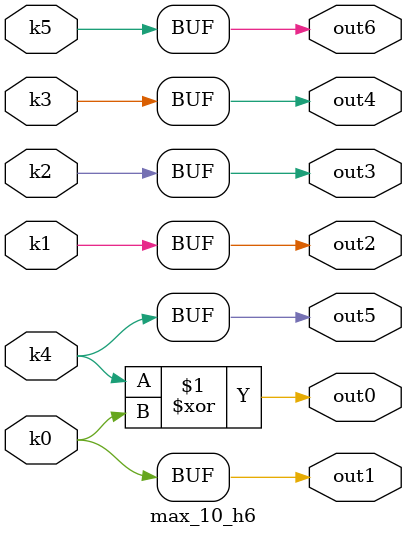
<source format=v>
module max_10(pi00, pi01, pi02, pi03, pi04, pi05, pi06, pi07, pi08, pi09, pi10, pi11, pi12, po0, po1, po2, po3, po4, po5, po6);
input pi00, pi01, pi02, pi03, pi04, pi05, pi06, pi07, pi08, pi09, pi10, pi11, pi12;
output po0, po1, po2, po3, po4, po5, po6;
wire k0, k1, k2, k3, k4, k5;
max_10_w6 DUT1 (pi00, pi01, pi02, pi03, pi04, pi05, pi06, pi07, pi08, pi09, pi10, pi11, pi12, k0, k1, k2, k3, k4, k5);
max_10_h6 DUT2 (k0, k1, k2, k3, k4, k5, po0, po1, po2, po3, po4, po5, po6);
endmodule

module max_10_w6(in12, in11, in10, in9, in8, in7, in6, in5, in4, in3, in2, in1, in0, k5, k4, k3, k2, k1, k0);
input in12, in11, in10, in9, in8, in7, in6, in5, in4, in3, in2, in1, in0;
output k5, k4, k3, k2, k1, k0;
assign k0 =   in2 ? ~in9 : ~in5;
assign k1 =   in2 ? ~in10 : ~in6;
assign k2 =   in2 ? ~in11 : ~in7;
assign k3 =   in2 ? ~in12 : ~in8;
assign k4 =   ~in5 & in9;
assign k5 =   ((in10 & ~in6) | (((in11 & ~in7) | (((in12 & ~in8) | (~in4 & ~in3)) & (in12 | ~in8))) & (in11 | ~in7))) & (in9 | ~in5) & (in10 | ~in6);
endmodule

module max_10_h6(k5, k4, k3, k2, k1, k0, out6, out5, out4, out3, out2, out1, out0);
input k5, k4, k3, k2, k1, k0;
output out6, out5, out4, out3, out2, out1, out0;
assign out0 = k4 ^ k0;
assign out1 = k0;
assign out2 = k1;
assign out3 = k2;
assign out4 = k3;
assign out5 = k4;
assign out6 = k5;
endmodule

</source>
